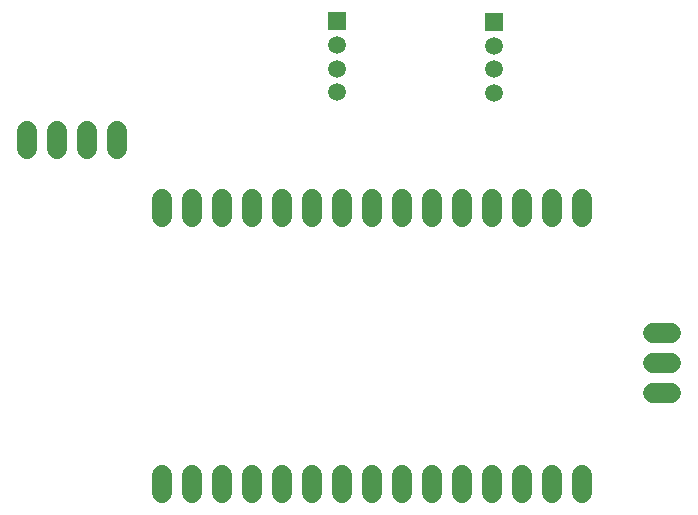
<source format=gbr>
G04 EAGLE Gerber RS-274X export*
G75*
%MOMM*%
%FSLAX34Y34*%
%LPD*%
%INSoldermask Top*%
%IPPOS*%
%AMOC8*
5,1,8,0,0,1.08239X$1,22.5*%
G01*
%ADD10R,1.511200X1.511200*%
%ADD11C,1.511200*%
%ADD12C,1.727200*%


D10*
X690800Y460500D03*
D11*
X690800Y440500D03*
X690800Y420500D03*
X690800Y400500D03*
D10*
X823810Y460000D03*
D11*
X823810Y440000D03*
X823810Y420000D03*
X823810Y400000D03*
D12*
X898250Y76820D02*
X898250Y61580D01*
X872850Y61580D02*
X872850Y76820D01*
X847450Y76820D02*
X847450Y61580D01*
X822050Y61580D02*
X822050Y76820D01*
X796650Y76820D02*
X796650Y61580D01*
X771250Y61580D02*
X771250Y76820D01*
X745850Y76820D02*
X745850Y61580D01*
X720450Y61580D02*
X720450Y76820D01*
X695050Y76820D02*
X695050Y61580D01*
X669650Y61580D02*
X669650Y76820D01*
X644250Y76820D02*
X644250Y61580D01*
X618850Y61580D02*
X618850Y76820D01*
X593450Y76820D02*
X593450Y61580D01*
X568050Y61580D02*
X568050Y76820D01*
X542650Y76820D02*
X542650Y61580D01*
X898000Y294580D02*
X898000Y309820D01*
X872600Y309820D02*
X872600Y294580D01*
X847200Y294580D02*
X847200Y309820D01*
X821800Y309820D02*
X821800Y294580D01*
X796400Y294580D02*
X796400Y309820D01*
X771000Y309820D02*
X771000Y294580D01*
X745600Y294580D02*
X745600Y309820D01*
X720200Y309820D02*
X720200Y294580D01*
X694800Y294580D02*
X694800Y309820D01*
X669400Y309820D02*
X669400Y294580D01*
X644000Y294580D02*
X644000Y309820D01*
X618600Y309820D02*
X618600Y294580D01*
X593200Y294580D02*
X593200Y309820D01*
X567800Y309820D02*
X567800Y294580D01*
X542400Y294580D02*
X542400Y309820D01*
X958390Y196590D02*
X973630Y196590D01*
X973630Y171190D02*
X958390Y171190D01*
X958390Y145790D02*
X973630Y145790D01*
X504290Y352380D02*
X504290Y367620D01*
X478890Y367620D02*
X478890Y352380D01*
X453490Y352380D02*
X453490Y367620D01*
X428090Y367620D02*
X428090Y352380D01*
M02*

</source>
